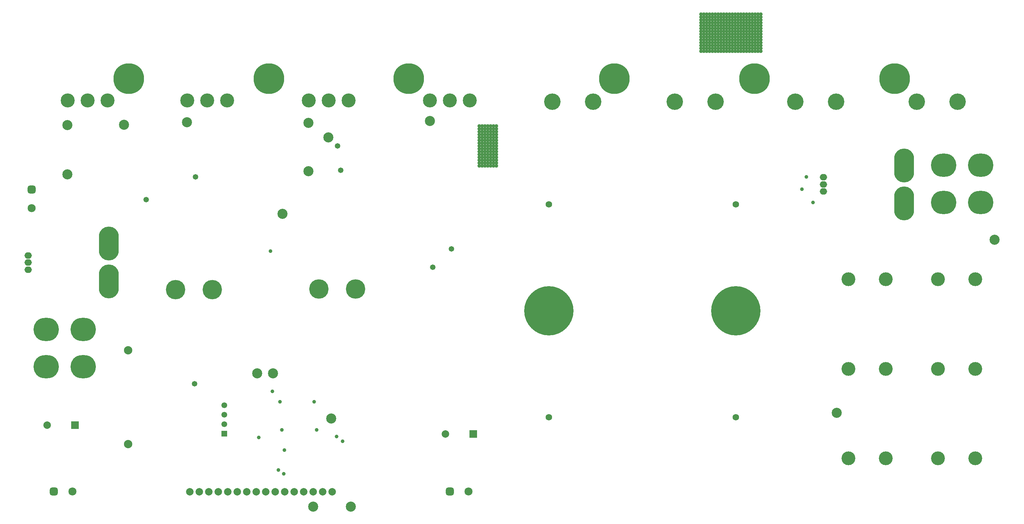
<source format=gbr>
%TF.GenerationSoftware,Altium Limited,Altium Designer,24.3.1 (35)*%
G04 Layer_Color=8388736*
%FSLAX45Y45*%
%MOMM*%
%TF.SameCoordinates,844131A9-2E1B-4A61-BE1F-69DE975881E6*%
%TF.FilePolarity,Negative*%
%TF.FileFunction,Soldermask,Top*%
%TF.Part,Single*%
G01*
G75*
%TA.AperFunction,ComponentPad*%
%ADD19R,2.00000X2.00000*%
%ADD20C,2.00000*%
%ADD21C,1.55000*%
%ADD22R,1.55000X1.55000*%
%ADD71C,2.00320*%
%ADD72C,5.20320*%
%ADD73C,2.70320*%
%ADD74C,2.23520*%
%ADD75C,3.70320*%
%ADD76O,5.28320X9.09320*%
%ADD77O,1.98120X1.72720*%
%ADD78C,3.75320*%
%ADD79C,2.15320*%
G04:AMPARAMS|DCode=80|XSize=2.1532mm|YSize=2.1532mm|CornerRadius=0.5891mm|HoleSize=0mm|Usage=FLASHONLY|Rotation=270.000|XOffset=0mm|YOffset=0mm|HoleType=Round|Shape=RoundedRectangle|*
%AMROUNDEDRECTD80*
21,1,2.15320,0.97500,0,0,270.0*
21,1,0.97500,2.15320,0,0,270.0*
1,1,1.17820,-0.48750,-0.48750*
1,1,1.17820,-0.48750,0.48750*
1,1,1.17820,0.48750,0.48750*
1,1,1.17820,0.48750,-0.48750*
%
%ADD80ROUNDEDRECTD80*%
%ADD81C,4.40320*%
%ADD82O,6.80320X6.20320*%
%ADD83C,8.20320*%
%ADD84C,1.72720*%
%ADD85C,13.20320*%
G04:AMPARAMS|DCode=86|XSize=2.1532mm|YSize=2.1532mm|CornerRadius=0.5891mm|HoleSize=0mm|Usage=FLASHONLY|Rotation=0.000|XOffset=0mm|YOffset=0mm|HoleType=Round|Shape=RoundedRectangle|*
%AMROUNDEDRECTD86*
21,1,2.15320,0.97500,0,0,0.0*
21,1,0.97500,2.15320,0,0,0.0*
1,1,1.17820,0.48750,-0.48750*
1,1,1.17820,-0.48750,-0.48750*
1,1,1.17820,-0.48750,0.48750*
1,1,1.17820,0.48750,0.48750*
%
%ADD86ROUNDEDRECTD86*%
%TA.AperFunction,ViaPad*%
%ADD87C,1.47320*%
%ADD88C,1.00320*%
D19*
X12475000Y2200000D02*
D03*
X1816800Y2438400D02*
D03*
D20*
X11725000Y2200000D02*
D03*
X1066800Y2438400D02*
D03*
D21*
X5810700Y2971800D02*
D03*
Y2717800D02*
D03*
Y2463800D02*
D03*
D22*
Y2209800D02*
D03*
D71*
X6668000Y650000D02*
D03*
X4890000D02*
D03*
X6922000D02*
D03*
X7176000D02*
D03*
X6414000D02*
D03*
X5144000D02*
D03*
X7684000D02*
D03*
X6160000D02*
D03*
X8446000D02*
D03*
X8192000D02*
D03*
X7938000D02*
D03*
X5398000D02*
D03*
X7430000D02*
D03*
X5906000D02*
D03*
X8700000D02*
D03*
X5652000D02*
D03*
D72*
X4508500Y6070600D02*
D03*
X5486400D02*
D03*
X8343900Y6083300D02*
D03*
X9321800D02*
D03*
D73*
X6692900Y3822700D02*
D03*
X7112000D02*
D03*
X8674100Y2616200D02*
D03*
X26428699Y7404100D02*
D03*
X8064500Y9245600D02*
D03*
X8191500Y254000D02*
D03*
X1612900Y9156700D02*
D03*
X9194800Y254000D02*
D03*
X8064500Y10541000D02*
D03*
X11315700Y10591800D02*
D03*
X7366000Y8102600D02*
D03*
X4813300Y10553700D02*
D03*
X1612900Y10477500D02*
D03*
X3124200Y10490200D02*
D03*
X22199600Y2768600D02*
D03*
X8597900Y10147300D02*
D03*
D74*
X3238500Y4445000D02*
D03*
Y1930400D02*
D03*
D75*
X23511501Y6345200D02*
D03*
X22511501D02*
D03*
X24911501Y1545200D02*
D03*
X25911499D02*
D03*
X22511501D02*
D03*
X23511501D02*
D03*
X22511501Y3945200D02*
D03*
X23511501D02*
D03*
X24911501Y6345200D02*
D03*
X25911499D02*
D03*
X24911501Y3945200D02*
D03*
X25911499D02*
D03*
D76*
X2717800Y7302500D02*
D03*
Y6286500D02*
D03*
X24003000Y8382000D02*
D03*
Y9398000D02*
D03*
D77*
X558800Y6985000D02*
D03*
Y6794500D02*
D03*
Y6604000D02*
D03*
X21844000Y8699500D02*
D03*
Y8890000D02*
D03*
Y9080500D02*
D03*
D78*
X2683400Y11136500D02*
D03*
X5883400D02*
D03*
X1616600D02*
D03*
X2150000D02*
D03*
X4816600D02*
D03*
X5350000D02*
D03*
X8066600D02*
D03*
X8600000D02*
D03*
X9133400D02*
D03*
X11316600D02*
D03*
X11850000D02*
D03*
X12383400D02*
D03*
D79*
X654998Y8250001D02*
D03*
X12349999Y654998D02*
D03*
X1750000D02*
D03*
D80*
X654998Y8750000D02*
D03*
D81*
X18956400Y11100000D02*
D03*
X17864200D02*
D03*
X15681400D02*
D03*
X14589200D02*
D03*
X25435800D02*
D03*
X24343600D02*
D03*
X22185800D02*
D03*
X21093600D02*
D03*
D82*
X25063400Y9400000D02*
D03*
X26054001D02*
D03*
X25063400Y8400000D02*
D03*
X26054001D02*
D03*
X2036600Y5000000D02*
D03*
X1046000D02*
D03*
X2036600Y4000000D02*
D03*
X1046000D02*
D03*
D83*
X16250000Y11720000D02*
D03*
X23750000D02*
D03*
X20000000D02*
D03*
X3250000D02*
D03*
X10750000D02*
D03*
X7000000D02*
D03*
D84*
X14500000Y2650000D02*
D03*
Y8350000D02*
D03*
X19500000D02*
D03*
Y2650000D02*
D03*
D85*
Y5500000D02*
D03*
X14500000D02*
D03*
D86*
X11850000Y654998D02*
D03*
X1250001D02*
D03*
D87*
X8839200Y9918700D02*
D03*
X8928100Y9271000D02*
D03*
X11887200Y7162800D02*
D03*
X11391900Y6667500D02*
D03*
X5016500Y3543300D02*
D03*
X3721100Y8483600D02*
D03*
X5041900Y9093200D02*
D03*
D88*
X7255500Y1231900D02*
D03*
X7353300Y2311400D02*
D03*
X7099300Y3340100D02*
D03*
X7302500Y3060700D02*
D03*
X8216900D02*
D03*
X8280400Y2311400D02*
D03*
X7416800Y1765300D02*
D03*
X6731000Y2108200D02*
D03*
X7404100Y1130300D02*
D03*
X7048500Y7099300D02*
D03*
X8978900Y2006600D02*
D03*
X8813800Y2133600D02*
D03*
X21564600Y8407400D02*
D03*
X21272501Y8763000D02*
D03*
X21386800Y9093200D02*
D03*
X20091400Y13449300D02*
D03*
Y13373100D02*
D03*
Y13296899D02*
D03*
Y13220700D02*
D03*
Y13144501D02*
D03*
Y13068300D02*
D03*
Y12992101D02*
D03*
Y12915900D02*
D03*
Y12839700D02*
D03*
Y12763500D02*
D03*
Y12687300D02*
D03*
Y12611100D02*
D03*
Y12534900D02*
D03*
Y12458700D02*
D03*
X20015199Y13449300D02*
D03*
Y13373100D02*
D03*
Y13296899D02*
D03*
Y13220700D02*
D03*
Y13144501D02*
D03*
Y13068300D02*
D03*
Y12992101D02*
D03*
Y12915900D02*
D03*
Y12839700D02*
D03*
Y12763500D02*
D03*
Y12687300D02*
D03*
Y12611100D02*
D03*
Y12534900D02*
D03*
Y12458700D02*
D03*
X19939000Y13449300D02*
D03*
Y13373100D02*
D03*
Y13296899D02*
D03*
Y13220700D02*
D03*
Y13144501D02*
D03*
Y13068300D02*
D03*
Y12992101D02*
D03*
Y12915900D02*
D03*
Y12839700D02*
D03*
Y12763500D02*
D03*
Y12687300D02*
D03*
Y12611100D02*
D03*
Y12534900D02*
D03*
Y12458700D02*
D03*
X19862801Y13449300D02*
D03*
Y13373100D02*
D03*
Y13296899D02*
D03*
Y13220700D02*
D03*
Y13144501D02*
D03*
Y13068300D02*
D03*
Y12992101D02*
D03*
Y12915900D02*
D03*
Y12839700D02*
D03*
Y12763500D02*
D03*
Y12687300D02*
D03*
Y12611100D02*
D03*
Y12534900D02*
D03*
Y12458700D02*
D03*
X19786600Y13449300D02*
D03*
Y13373100D02*
D03*
Y13296899D02*
D03*
Y13220700D02*
D03*
Y13144501D02*
D03*
Y13068300D02*
D03*
Y12992101D02*
D03*
Y12915900D02*
D03*
Y12839700D02*
D03*
Y12763500D02*
D03*
Y12687300D02*
D03*
Y12611100D02*
D03*
Y12534900D02*
D03*
Y12458700D02*
D03*
X19710400Y13449300D02*
D03*
Y13373100D02*
D03*
Y13296899D02*
D03*
Y13220700D02*
D03*
Y13144501D02*
D03*
Y13068300D02*
D03*
Y12992101D02*
D03*
Y12915900D02*
D03*
Y12839700D02*
D03*
Y12763500D02*
D03*
Y12687300D02*
D03*
Y12611100D02*
D03*
Y12534900D02*
D03*
Y12458700D02*
D03*
X20167599Y13449300D02*
D03*
Y13373100D02*
D03*
Y13296899D02*
D03*
Y13220700D02*
D03*
Y13144501D02*
D03*
Y13068300D02*
D03*
Y12992101D02*
D03*
Y12915900D02*
D03*
Y12839700D02*
D03*
Y12763500D02*
D03*
Y12687300D02*
D03*
Y12611100D02*
D03*
Y12534900D02*
D03*
Y12458700D02*
D03*
X19634200Y12534900D02*
D03*
X19558000D02*
D03*
X19481799D02*
D03*
X19405600D02*
D03*
X19329401D02*
D03*
X19253200D02*
D03*
X19177000D02*
D03*
X19100800D02*
D03*
X19024600D02*
D03*
X18948399D02*
D03*
X18872200D02*
D03*
X18796001D02*
D03*
X18719800D02*
D03*
X18643600D02*
D03*
X19634200Y12611100D02*
D03*
X19558000D02*
D03*
X19481799D02*
D03*
X19405600D02*
D03*
X19329401D02*
D03*
X19253200D02*
D03*
X19177000D02*
D03*
X19100800D02*
D03*
X19024600D02*
D03*
X18948399D02*
D03*
X18872200D02*
D03*
X18796001D02*
D03*
X18719800D02*
D03*
X18643600D02*
D03*
X19634200Y12687300D02*
D03*
X19558000D02*
D03*
X19481799D02*
D03*
X19405600D02*
D03*
X19329401D02*
D03*
X19253200D02*
D03*
X19177000D02*
D03*
X19100800D02*
D03*
X19024600D02*
D03*
X18948399D02*
D03*
X18872200D02*
D03*
X18796001D02*
D03*
X18719800D02*
D03*
X18643600D02*
D03*
X19634200Y12763500D02*
D03*
X19558000D02*
D03*
X19481799D02*
D03*
X19405600D02*
D03*
X19329401D02*
D03*
X19253200D02*
D03*
X19177000D02*
D03*
X19100800D02*
D03*
X19024600D02*
D03*
X18948399D02*
D03*
X18872200D02*
D03*
X18796001D02*
D03*
X18719800D02*
D03*
X18643600D02*
D03*
X19634200Y12839700D02*
D03*
X19558000D02*
D03*
X19481799D02*
D03*
X19405600D02*
D03*
X19329401D02*
D03*
X19253200D02*
D03*
X19177000D02*
D03*
X19100800D02*
D03*
X19024600D02*
D03*
X18948399D02*
D03*
X18872200D02*
D03*
X18796001D02*
D03*
X18719800D02*
D03*
X18643600D02*
D03*
X19634200Y12915900D02*
D03*
X19558000D02*
D03*
X19481799D02*
D03*
X19405600D02*
D03*
X19329401D02*
D03*
X19253200D02*
D03*
X19177000D02*
D03*
X19100800D02*
D03*
X19024600D02*
D03*
X18948399D02*
D03*
X18872200D02*
D03*
X18796001D02*
D03*
X18719800D02*
D03*
X18643600D02*
D03*
X19634200Y12458700D02*
D03*
X19558000D02*
D03*
X19481799D02*
D03*
X19405600D02*
D03*
X19329401D02*
D03*
X19253200D02*
D03*
X19177000D02*
D03*
X19100800D02*
D03*
X19024600D02*
D03*
X18948399D02*
D03*
X18872200D02*
D03*
X18796001D02*
D03*
X18719800D02*
D03*
X18643600D02*
D03*
X18570921Y12460110D02*
D03*
Y12917310D02*
D03*
Y12841110D02*
D03*
Y12764910D02*
D03*
Y12688710D02*
D03*
Y12612510D02*
D03*
Y12536310D02*
D03*
X19634200Y13068300D02*
D03*
X19558000D02*
D03*
X19481799D02*
D03*
X19405600D02*
D03*
X19329401D02*
D03*
X19253200D02*
D03*
X19177000D02*
D03*
X19100800D02*
D03*
X19024600D02*
D03*
X18948399D02*
D03*
X18872200D02*
D03*
X18796001D02*
D03*
X18719800D02*
D03*
X18643600D02*
D03*
X19634200Y13144501D02*
D03*
X19558000D02*
D03*
X19481799D02*
D03*
X19405600D02*
D03*
X19329401D02*
D03*
X19253200D02*
D03*
X19177000D02*
D03*
X19100800D02*
D03*
X19024600D02*
D03*
X18948399D02*
D03*
X18872200D02*
D03*
X18796001D02*
D03*
X18719800D02*
D03*
X18643600D02*
D03*
X19634200Y13220700D02*
D03*
X19558000D02*
D03*
X19481799D02*
D03*
X19405600D02*
D03*
X19329401D02*
D03*
X19253200D02*
D03*
X19177000D02*
D03*
X19100800D02*
D03*
X19024600D02*
D03*
X18948399D02*
D03*
X18872200D02*
D03*
X18796001D02*
D03*
X18719800D02*
D03*
X18643600D02*
D03*
X19634200Y13296899D02*
D03*
X19558000D02*
D03*
X19481799D02*
D03*
X19405600D02*
D03*
X19329401D02*
D03*
X19253200D02*
D03*
X19177000D02*
D03*
X19100800D02*
D03*
X19024600D02*
D03*
X18948399D02*
D03*
X18872200D02*
D03*
X18796001D02*
D03*
X18719800D02*
D03*
X18643600D02*
D03*
X19634200Y13373100D02*
D03*
X19558000D02*
D03*
X19481799D02*
D03*
X19405600D02*
D03*
X19329401D02*
D03*
X19253200D02*
D03*
X19177000D02*
D03*
X19100800D02*
D03*
X19024600D02*
D03*
X18948399D02*
D03*
X18872200D02*
D03*
X18796001D02*
D03*
X18719800D02*
D03*
X18643600D02*
D03*
X19634200Y13449300D02*
D03*
X19558000D02*
D03*
X19481799D02*
D03*
X19405600D02*
D03*
X19329401D02*
D03*
X19253200D02*
D03*
X19177000D02*
D03*
X19100800D02*
D03*
X19024600D02*
D03*
X18948399D02*
D03*
X18872200D02*
D03*
X18796001D02*
D03*
X18719800D02*
D03*
X18643600D02*
D03*
X19634200Y12992101D02*
D03*
X19558000D02*
D03*
X19481799D02*
D03*
X19405600D02*
D03*
X19329401D02*
D03*
X19253200D02*
D03*
X19177000D02*
D03*
X19100800D02*
D03*
X19024600D02*
D03*
X18948399D02*
D03*
X18872200D02*
D03*
X18796001D02*
D03*
X18719800D02*
D03*
X18643600D02*
D03*
X18570921Y12993510D02*
D03*
Y13450710D02*
D03*
Y13374510D02*
D03*
Y13298309D02*
D03*
Y13222110D02*
D03*
Y13145911D02*
D03*
Y13069710D02*
D03*
X12712700Y10452100D02*
D03*
X12788900D02*
D03*
X12865100D02*
D03*
X12941299D02*
D03*
X13017500D02*
D03*
X13093700D02*
D03*
X12636500D02*
D03*
X12635090Y10379421D02*
D03*
Y10303221D02*
D03*
Y10227021D02*
D03*
Y10150821D02*
D03*
Y10074621D02*
D03*
Y9998421D02*
D03*
Y9922221D02*
D03*
Y9846021D02*
D03*
Y9769821D02*
D03*
Y9693621D02*
D03*
Y9617421D02*
D03*
Y9541221D02*
D03*
Y9465021D02*
D03*
Y9388821D02*
D03*
X13092290Y10379421D02*
D03*
Y10303221D02*
D03*
Y10227021D02*
D03*
Y10150821D02*
D03*
Y10074621D02*
D03*
Y9998421D02*
D03*
Y9922221D02*
D03*
Y9846021D02*
D03*
Y9769821D02*
D03*
Y9693621D02*
D03*
Y9617421D02*
D03*
Y9541221D02*
D03*
Y9465021D02*
D03*
Y9388821D02*
D03*
X13016090Y10379421D02*
D03*
Y10303221D02*
D03*
Y10227021D02*
D03*
Y10150821D02*
D03*
Y10074621D02*
D03*
Y9998421D02*
D03*
Y9922221D02*
D03*
Y9846021D02*
D03*
Y9769821D02*
D03*
Y9693621D02*
D03*
Y9617421D02*
D03*
Y9541221D02*
D03*
Y9465021D02*
D03*
Y9388821D02*
D03*
X12939890Y10379421D02*
D03*
Y10303221D02*
D03*
Y10227021D02*
D03*
Y10150821D02*
D03*
Y10074621D02*
D03*
Y9998421D02*
D03*
Y9922221D02*
D03*
Y9846021D02*
D03*
Y9769821D02*
D03*
Y9693621D02*
D03*
Y9617421D02*
D03*
Y9541221D02*
D03*
Y9465021D02*
D03*
Y9388821D02*
D03*
X12863690Y10379421D02*
D03*
Y10303221D02*
D03*
Y10227021D02*
D03*
Y10150821D02*
D03*
Y10074621D02*
D03*
Y9998421D02*
D03*
Y9922221D02*
D03*
Y9846021D02*
D03*
Y9769821D02*
D03*
Y9693621D02*
D03*
Y9617421D02*
D03*
Y9541221D02*
D03*
Y9465021D02*
D03*
Y9388821D02*
D03*
X12787490Y10379421D02*
D03*
Y10303221D02*
D03*
Y10227021D02*
D03*
Y10150821D02*
D03*
Y10074621D02*
D03*
Y9998421D02*
D03*
Y9922221D02*
D03*
Y9846021D02*
D03*
Y9769821D02*
D03*
Y9693621D02*
D03*
Y9617421D02*
D03*
Y9541221D02*
D03*
Y9465021D02*
D03*
Y9388821D02*
D03*
X12711290Y10379421D02*
D03*
Y10303221D02*
D03*
Y10227021D02*
D03*
Y10150821D02*
D03*
Y10074621D02*
D03*
Y9998421D02*
D03*
Y9922221D02*
D03*
Y9846021D02*
D03*
Y9769821D02*
D03*
Y9693621D02*
D03*
Y9617421D02*
D03*
Y9541221D02*
D03*
Y9465021D02*
D03*
Y9388821D02*
D03*
%TF.MD5,b594ba28b9aef4368b467d4b7336c7dc*%
M02*

</source>
